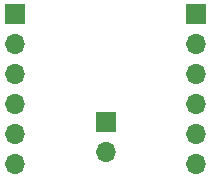
<source format=gbs>
%TF.GenerationSoftware,KiCad,Pcbnew,(6.0.5)*%
%TF.CreationDate,2024-06-21T19:09:36+02:00*%
%TF.ProjectId,pmod_level_shifter_4p,706d6f64-5f6c-4657-9665-6c5f73686966,rev?*%
%TF.SameCoordinates,Original*%
%TF.FileFunction,Soldermask,Bot*%
%TF.FilePolarity,Negative*%
%FSLAX46Y46*%
G04 Gerber Fmt 4.6, Leading zero omitted, Abs format (unit mm)*
G04 Created by KiCad (PCBNEW (6.0.5)) date 2024-06-21 19:09:36*
%MOMM*%
%LPD*%
G01*
G04 APERTURE LIST*
%ADD10R,1.700000X1.700000*%
%ADD11O,1.700000X1.700000*%
G04 APERTURE END LIST*
D10*
%TO.C,J1*%
X152000000Y-105725000D03*
D11*
X152000000Y-108265000D03*
%TD*%
D10*
%TO.C,PMOD1*%
X144270000Y-96520000D03*
D11*
X144270000Y-99060000D03*
X144270000Y-101600000D03*
X144270000Y-104140000D03*
X144270000Y-106680000D03*
X144270000Y-109220000D03*
%TD*%
D10*
%TO.C,PMOD2*%
X159600000Y-96520000D03*
D11*
X159600000Y-99060000D03*
X159600000Y-101600000D03*
X159600000Y-104140000D03*
X159600000Y-106680000D03*
X159600000Y-109220000D03*
%TD*%
M02*

</source>
